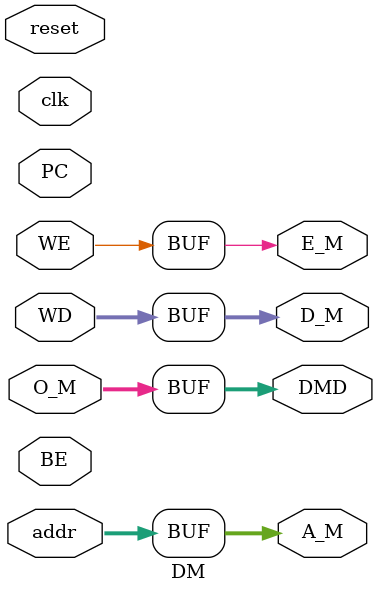
<source format=v>
`timescale 1ns / 1ps

module DM(
	input clk,
	input reset,
    input [31:0] addr,
	input WE,
	input [3:0] BE,
	input [31:0] WD,
	input [31:0] PC,
	output [31:0] DMD,
	//for bridge
	output [31:0] D_M,
	output [31:0] A_M,
	output E_M,
	input [31:0] O_M
    );

	assign E_M=WE;
	assign A_M=addr;
	assign DMD=O_M;
	assign D_M=WD;
	/*
	reg [31:0] toWrite;
	always@(*)begin
		toWrite=O_M;
		if(BE[0])toWrite[7:0]=WD[7:0];
		if(BE[1])toWrite[15:8]=WD[15:8];
		if(BE[2])toWrite[23:16]=WD[23:16];
		if(BE[3])toWrite[31:24]=WD[31:24];
	end
	*/
	always@(posedge clk)begin
		if(WE
			&& addr<=32'h2fff
		)begin
			//$display("%d@%h: *%h <= %h", $time, PC, {addr[31:2],2'b0},toWrite);
		end
	end

endmodule

</source>
